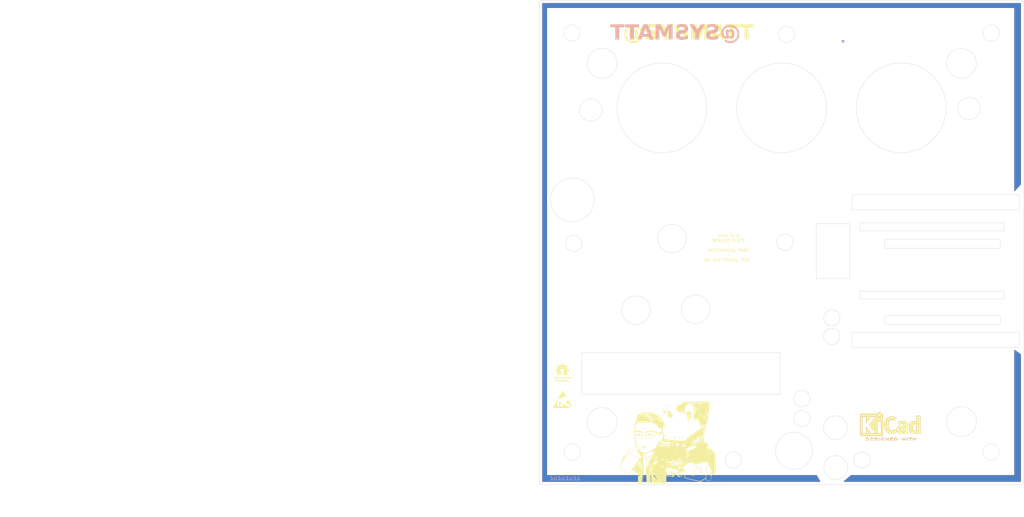
<source format=kicad_pcb>
(kicad_pcb (version 20221018) (generator pcbnew)
  (layers (0 "F.Cu" signal) (31 "B.Cu" signal) (34 "B.Paste" user) (35 "F.Paste" user) (36 "B.SilkS" user "B.Silkscreen") (37 "F.SilkS" user "F.Silkscreen") (38 "B.Mask" user) (39 "F.Mask" user) (44 "Edge.Cuts" user))
  (net 0 "")
  (net 1 "GND")
  (footprint "Symbol:OSHW-Logo_5.7x6mm_SilkScreen" (layer "F.Cu") (at 26.67 143.51)
    (fp_text reference "REF**" hide)
    (fp_text value "OSHW-Logo_5.7x6mm_SilkScreen" hide)
  )
  (footprint "Symbol:KiCad-Logo2_8mm_Copper" (layer "F.Cu") (at 136.398 160.654999)
    (fp_text reference "REF**" hide)
    (fp_text value "KiCad-Logo2_8mm_Copper" hide)
    (fp_poly (pts (xy 5.751604 4.615477) (xy 5.783174 4.635142) (xy 5.818656 4.663873) (xy 5.818656 5.091966) (xy 5.818543 5.21719) (xy 5.818059 5.315847) (xy 5.816986 5.39143) (xy 5.815108 5.447433) (xy 5.812206 5.487347) (xy 5.808063 5.514666) (xy 5.802462 5.532881) (xy 5.795185 5.545486) (xy 5.790024 5.551696) (xy 5.748168 5.57898) (xy 5.700505 5.577867) (xy 5.658753 5.554602) (xy 5.623271 5.525871) (xy 5.623271 4.663873) (xy 5.658753 4.635142) (xy 5.692998 4.614242) (xy 5.720963 4.60641) (xy 5.751604 4.615477)) (stroke (width 0.01)) (fill solid) (layer "F.Cu"))
    (fp_poly (pts (xy -3.717617 4.63647) (xy -3.708855 4.646552) (xy -3.701982 4.659559) (xy -3.696769 4.678975) (xy -3.692988 4.708284) (xy -3.69041 4.750971) (xy -3.688807 4.810519) (xy -3.687949 4.890414) (xy -3.68761 4.99414) (xy -3.687557 5.094872) (xy -3.68765 5.219816) (xy -3.688081 5.318185) (xy -3.689077 5.393465) (xy -3.690869 5.449138) (xy -3.693683 5.48869) (xy -3.69775 5.515605) (xy -3.703296 5.533367) (xy -3.710551 5.545461) (xy -3.717617 5.553274) (xy -3.761556 5.579476) (xy -3.808374 5.577125) (xy -3.850263 5.548548) (xy -3.859888 5.537391) (xy -3.867409 5.524447) (xy -3.873088 5.506136) (xy -3.877181 5.478882) (xy -3.879949 5.439104) (xy -3.88165 5.383226) (xy -3.882543 5.307668) (xy -3.882887 5.208852) (xy -3.882942 5.096978) (xy -3.882942 4.680192) (xy -3.846051 4.643301) (xy -3.800579 4.612264) (xy -3.75647 4.611145) (xy -3.717617 4.63647)) (stroke (width 0.01)) (fill solid) (layer "F.Cu"))
    (fp_poly (pts (xy -3.602318 -3.916067) (xy -3.466071 -3.868828) (xy -3.339221 -3.794473) (xy -3.225933 -3.693013) (xy -3.130372 -3.564457) (xy -3.087446 -3.483428) (xy -3.050295 -3.370092) (xy -3.032288 -3.239249) (xy -3.034283 -3.104735) (xy -3.056423 -2.982842) (xy -3.116936 -2.833893) (xy -3.204686 -2.704691) (xy -3.315212 -2.597777) (xy -3.444054 -2.515694) (xy -3.586753 -2.460984) (xy -3.738849 -2.43619) (xy -3.895881 -2.443853) (xy -3.973286 -2.460228) (xy -4.124141 -2.518911) (xy -4.258125 -2.608457) (xy -4.372006 -2.726107) (xy -4.462552 -2.869098) (xy -4.470212 -2.884714) (xy -4.496694 -2.943314) (xy -4.513322 -2.992666) (xy -4.52235 -3.04473) (xy -4.526032 -3.111461) (xy -4.526643 -3.184071) (xy -4.525633 -3.271309) (xy -4.521072 -3.334376) (xy -4.510666 -3.385364) (xy -4.492121 -3.436367) (xy -4.46923 -3.486687) (xy -4.383846 -3.62953) (xy -4.278699 -3.74519) (xy -4.157955 -3.833675) (xy -4.025779 -3.894995) (xy -3.886337 -3.929161) (xy -3.743795 -3.936182) (xy -3.602318 -3.916067)) (stroke (width 0.01)) (fill solid) (layer "F.Cu"))
    (fp_poly (pts (xy 6.782677 4.606539) (xy 6.887465 4.607043) (xy 6.968799 4.608096) (xy 7.02998 4.609876) (xy 7.074311 4.612557) (xy 7.105094 4.616314) (xy 7.125631 4.621325) (xy 7.139225 4.627763) (xy 7.145803 4.632712) (xy 7.179944 4.676029) (xy 7.184074 4.721003) (xy 7.162976 4.76186) (xy 7.149179 4.778186) (xy 7.134332 4.789318) (xy 7.112815 4.79625) (xy 7.079008 4.799977) (xy 7.027292 4.801494) (xy 6.952047 4.801794) (xy 6.937269 4.801795) (xy 6.742975 4.801795) (xy 6.742975 5.162505) (xy 6.742847 5.276201) (xy 6.742266 5.363685) (xy 6.740936 5.428802) (xy 6.73856 5.475398) (xy 6.734844 5.507319) (xy 6.729492 5.528412) (xy 6.722207 5.542523) (xy 6.712916 5.553274) (xy 6.669071 5.579696) (xy 6.6233 5.577614) (xy 6.58179 5.547469) (xy 6.578741 5.543733) (xy 6.568812 5.52961) (xy 6.561248 5.513086) (xy 6.555729 5.490146) (xy 6.551933 5.456773) (xy 6.549542 5.408955) (xy 6.548234 5.342674) (xy 6.547691 5.253918) (xy 6.547591 5.152963) (xy 6.547591 4.801795) (xy 6.36205 4.801795) (xy 6.282427 4.801256) (xy 6.227304 4.799157) (xy 6.191132 4.794771) (xy 6.168362 4.787376) (xy 6.153447 4.776245) (xy 6.151636 4.77431) (xy 6.129858 4.730057) (xy 6.131784 4.680029) (xy 6.156821 4.63647) (xy 6.166504 4.62802) (xy 6.178988 4.621321) (xy 6.197603 4.616169) (xy 6.225677 4.612361) (xy 6.266541 4.609697) (xy 6.323522 4.607972) (xy 6.399952 4.606984) (xy 6.499157 4.606532) (xy 6.624469 4.606412) (xy 6.651133 4.60641) (xy 6.782677 4.606539)) (stroke (width 0.01)) (fill solid) (layer "F.Cu"))
    (fp_poly (pts (xy 8.467859 4.613688) (xy 8.509635 4.643301) (xy 8.546525 4.680192) (xy 8.546525 5.092162) (xy 8.546429 5.214486) (xy 8.545972 5.310398) (xy 8.544903 5.383544) (xy 8.542971 5.43757) (xy 8.539923 5.476123) (xy 8.535509 5.502848) (xy 8.529476 5.521394) (xy 8.521574 5.535405) (xy 8.515375 5.543733) (xy 8.474461 5.576449) (xy 8.427482 5.58) (xy 8.384544 5.559937) (xy 8.370356 5.548092) (xy 8.360872 5.532358) (xy 8.355151 5.507022) (xy 8.352253 5.46637) (xy 8.351238 5.404688) (xy 8.351141 5.357038) (xy 8.351141 5.177535) (xy 7.689839 5.177535) (xy 7.689839 5.340833) (xy 7.689155 5.415505) (xy 7.686419 5.466824) (xy 7.680604 5.501477) (xy 7.670684 5.526155) (xy 7.658689 5.543733) (xy 7.617546 5.576357) (xy 7.571017 5.58022) (xy 7.526473 5.557032) (xy 7.514312 5.544876) (xy 7.505723 5.528761) (xy 7.500058 5.50366) (xy 7.496669 5.464544) (xy 7.494908 5.406386) (xy 7.494128 5.324158) (xy 7.494036 5.305286) (xy 7.493392 5.150357) (xy 7.49306 5.022674) (xy 7.493168 4.919427) (xy 7.493845 4.837803) (xy 7.495218 4.774992) (xy 7.497416 4.728181) (xy 7.500566 4.694559) (xy 7.504798 4.671315) (xy 7.510238 4.655636) (xy 7.517015 4.644711) (xy 7.524514 4.63647) (xy 7.566933 4.610107) (xy 7.611172 4.613688) (xy 7.652948 4.643301) (xy 7.669853 4.662407) (xy 7.680629 4.683511) (xy 7.686641 4.713568) (xy 7.689256 4.759533) (xy 7.689839 4.82836) (xy 7.689839 4.98215) (xy 8.351141 4.98215) (xy 8.351141 4.824339) (xy 8.351816 4.751636) (xy 8.354526 4.702545) (xy 8.360301 4.670636) (xy 8.370169 4.649478) (xy 8.3812 4.63647) (xy 8.423619 4.610107) (xy 8.467859 4.613688)) (stroke (width 0.01)) (fill solid) (layer "F.Cu"))
    (fp_poly (pts (xy 1.530783 4.606687) (xy 1.702501 4.612493) (xy 1.848555 4.630101) (xy 1.971353 4.660563) (xy 2.073303 4.704935) (xy 2.156814 4.764271) (xy 2.224293 4.839624) (xy 2.278149 4.93205) (xy 2.279208 4.934304) (xy 2.311349 5.017024) (xy 2.322801 5.090284) (xy 2.31352 5.164012) (xy 2.283461 5.248135) (xy 2.277761 5.260937) (xy 2.238885 5.335862) (xy 2.195195 5.393757) (xy 2.138806 5.442972) (xy 2.061838 5.491857) (xy 2.057366 5.494409) (xy 1.990363 5.526595) (xy 1.914631 5.550632) (xy 1.825304 5.567351) (xy 1.717515 5.577579) (xy 1.586398 5.582146) (xy 1.540072 5.582543) (xy 1.319476 5.583334) (xy 1.288326 5.543733) (xy 1.279086 5.530711) (xy 1.271878 5.515504) (xy 1.26645 5.494466) (xy 1.262551 5.46395) (xy 1.259929 5.420311) (xy 1.259074 5.387949) (xy 1.467591 5.387949) (xy 1.592582 5.387949) (xy 1.665723 5.38581) (xy 1.740807 5.380181) (xy 1.80243 5.372243) (xy 1.806149 5.371575) (xy 1.915599 5.342212) (xy 2.000494 5.298097) (xy 2.063518 5.237183) (xy 2.10736 5.157424) (xy 2.114983 5.136284) (xy 2.122456 5.103362) (xy 2.119221 5.070836) (xy 2.103479 5.027564) (xy 2.09399 5.006307) (xy 2.062917 4.94982) (xy 2.025479 4.910191) (xy 1.984287 4.882594) (xy 1.901776 4.846682) (xy 1.796179 4.820668) (xy 1.673164 4.805688) (xy 1.58407 4.802392) (xy 1.467591 4.801795) (xy 1.467591 5.387949) (xy 1.259074 5.387949) (xy 1.258332 5.3599) (xy 1.25751 5.279072) (xy 1.25721 5.174181) (xy 1.257176 5.092162) (xy 1.257176 4.680192) (xy 1.294067 4.643301) (xy 1.31044 4.628348) (xy 1.328143 4.618108) (xy 1.352865 4.611701) (xy 1.390294 4.608247) (xy 1.446119 4.606867) (xy 1.526028 4.606681) (xy 1.530783 4.606687)) (stroke (width 0.01)) (fill solid) (layer "F.Cu"))
    (fp_poly (pts (xy -7.974708 4.606409) (xy -7.922143 4.606944) (xy -7.768119 4.61066) (xy -7.639125 4.621699) (xy -7.530763 4.641246) (xy -7.438638 4.670483) (xy -7.358353 4.710597) (xy -7.285512 4.762769) (xy -7.259495 4.785433) (xy -7.216337 4.838462) (xy -7.177421 4.910421) (xy -7.147427 4.990184) (xy -7.131035 5.066625) (xy -7.129332 5.094872) (xy -7.140005 5.173174) (xy -7.168607 5.258705) (xy -7.210011 5.339663) (xy -7.259095 5.404246) (xy -7.267067 5.412038) (xy -7.3346 5.466808) (xy -7.408552 5.509563) (xy -7.493188 5.541423) (xy -7.592771 5.563508) (xy -7.711566 5.576938) (xy -7.853834 5.582834) (xy -7.919 5.583334) (xy -8.001855 5.582935) (xy -8.060123 5.581266) (xy -8.09927 5.577622) (xy -8.124763 5.571293) (xy -8.142068 5.561574) (xy -8.151344 5.553274) (xy -8.160106 5.543192) (xy -8.166979 5.530185) (xy -8.172192 5.510769) (xy -8.175973 5.48146) (xy -8.178551 5.438773) (xy -8.180154 5.379225) (xy -8.181011 5.29933) (xy -8.181351 5.195605) (xy -8.181403 5.094872) (xy -8.181734 4.960519) (xy -8.181662 4.853192) (xy -8.180384 4.801795) (xy -7.986019 4.801795) (xy -7.986019 5.387949) (xy -7.862025 5.387835) (xy -7.787415 5.385696) (xy -7.709272 5.380183) (xy -7.644074 5.372472) (xy -7.64209 5.372155) (xy -7.536717 5.346678) (xy -7.454986 5.307) (xy -7.392816 5.250538) (xy -7.353314 5.189406) (xy -7.328974 5.121593) (xy -7.330861 5.057919) (xy -7.359109 4.989665) (xy -7.414362 4.919056) (xy -7.490927 4.866735) (xy -7.590449 4.831763) (xy -7.656961 4.819386) (xy -7.732461 4.810694) (xy -7.812479 4.804404) (xy -7.880538 4.801788) (xy -7.884569 4.801776) (xy -7.986019 4.801795) (xy -8.180384 4.801795) (xy -8.17959 4.769881) (xy -8.173915 4.707579) (xy -8.163041 4.663275) (xy -8.145368 4.63396) (xy -8.119297 4.616625) (xy -8.083229 4.608261) (xy -8.035566 4.605859) (xy -7.974708 4.606409)) (stroke (width 0.01)) (fill solid) (layer "F.Cu"))
    (fp_poly (pts (xy -1.555874 4.612244) (xy -1.524499 4.630649) (xy -1.483476 4.660749) (xy -1.430678 4.70396) (xy -1.363979 4.761702) (xy -1.281253 4.835392) (xy -1.180374 4.926448) (xy -1.064895 5.031138) (xy -0.824421 5.249207) (xy -0.816906 4.956508) (xy -0.814193 4.855754) (xy -0.811576 4.780722) (xy -0.808474 4.727084) (xy -0.80431 4.69051) (xy -0.798505 4.666671) (xy -0.790478 4.651238) (xy -0.779651 4.639882) (xy -0.77391 4.63511) (xy -0.727937 4.609877) (xy -0.684191 4.613566) (xy -0.649489 4.635123) (xy -0.614007 4.663835) (xy -0.609594 5.08315) (xy -0.608373 5.206471) (xy -0.607751 5.303348) (xy -0.607944 5.377394) (xy -0.609168 5.432221) (xy -0.611638 5.471443) (xy -0.615568 5.498673) (xy -0.621174 5.517523) (xy -0.628672 5.531605) (xy -0.636987 5.542899) (xy -0.654976 5.563846) (xy -0.672875 5.577731) (xy -0.693166 5.58306) (xy -0.718332 5.57834) (xy -0.750854 5.562077) (xy -0.793217 5.532777) (xy -0.847902 5.488946) (xy -0.917391 5.429091) (xy -1.004169 5.351718) (xy -1.102469 5.262814) (xy -1.455664 4.942435) (xy -1.463179 5.234177) (xy -1.465897 5.334747) (xy -1.468521 5.409604) (xy -1.471633 5.463084) (xy -1.475816 5.499526) (xy -1.481651 5.523268) (xy -1.48972 5.538646) (xy -1.500605 5.55) (xy -1.506175 5.554626) (xy -1.55541 5.580042) (xy -1.601931 5.576209) (xy -1.642443 5.543733) (xy -1.65171 5.530667) (xy -1.658933 5.515409) (xy -1.664366 5.494296) (xy -1.668262 5.463669) (xy -1.670875 5.419866) (xy -1.672461 5.359227) (xy -1.673272 5.278091) (xy -1.673562 5.172797) (xy -1.673593 5.094872) (xy -1.673495 4.972988) (xy -1.673033 4.877503) (xy -1.671951 4.804755) (xy -1.669997 4.751083) (xy -1.666916 4.712827) (xy -1.662454 4.686327) (xy -1.656357 4.66792) (xy -1.648371 4.653948) (xy -1.642443 4.646011) (xy -1.627416 4.627212) (xy -1.613372 4.613017) (xy -1.598184 4.604846) (xy -1.579727 4.604116) (xy -1.555874 4.612244)) (stroke (width 0.01)) (fill solid) (layer "F.Cu"))
    (fp_poly (pts (xy -2.421216 4.613776) (xy -2.329995 4.629082) (xy -2.259936 4.652875) (xy -2.214358 4.684204) (xy -2.201938 4.702078) (xy -2.189308 4.743649) (xy -2.197807 4.781256) (xy -2.224639 4.816919) (xy -2.26633 4.833603) (xy -2.326824 4.832248) (xy -2.373613 4.823209) (xy -2.477582 4.805987) (xy -2.583834 4.804351) (xy -2.702763 4.818329) (xy -2.735614 4.824252) (xy -2.846199 4.855431) (xy -2.932713 4.90181) (xy -2.994207 4.962599) (xy -3.029732 5.037008) (xy -3.037079 5.075478) (xy -3.03227 5.153527) (xy -3.00122 5.222581) (xy -2.94676 5.281293) (xy -2.871718 5.328317) (xy -2.778924 5.362307) (xy -2.671206 5.381918) (xy -2.551395 5.385805) (xy -2.422319 5.37262) (xy -2.415031 5.371376) (xy -2.363692 5.361814) (xy -2.335226 5.352578) (xy -2.322888 5.338873) (xy -2.319932 5.315906) (xy -2.319865 5.303743) (xy -2.319865 5.252683) (xy -2.411031 5.252683) (xy -2.491536 5.247168) (xy -2.546475 5.229594) (xy -2.57844 5.198417) (xy -2.590026 5.152094) (xy -2.590167 5.146048) (xy -2.583389 5.106453) (xy -2.560145 5.078181) (xy -2.516884 5.059471) (xy -2.450055 5.048564) (xy -2.385324 5.044554) (xy -2.291241 5.042253) (xy -2.222998 5.045764) (xy -2.176455 5.058719) (xy -2.147472 5.08475) (xy -2.131909 5.127491) (xy -2.125625 5.190574) (xy -2.12448 5.273428) (xy -2.126356 5.36591) (xy -2.132 5.428818) (xy -2.141436 5.462403) (xy -2.143267 5.465033) (xy -2.195079 5.506998) (xy -2.271044 5.540232) (xy -2.366346 5.564023) (xy -2.47617 5.577663) (xy -2.5957 5.580442) (xy -2.72012 5.571649) (xy -2.793297 5.560849) (xy -2.908074 5.528362) (xy -3.01475 5.47525) (xy -3.104065 5.406319) (xy -3.11764 5.392542) (xy -3.161746 5.334622) (xy -3.201543 5.26284) (xy -3.232381 5.187583) (xy -3.249611 5.119241) (xy -3.251688 5.092993) (xy -3.242847 5.038241) (xy -3.219349 4.970119) (xy -3.185703 4.898414) (xy -3.146418 4.832913) (xy -3.111709 4.789162) (xy -3.030557 4.724083) (xy -2.925652 4.672285) (xy -2.800754 4.634938) (xy -2.659621 4.613217) (xy -2.530279 4.607909) (xy -2.421216 4.613776)) (stroke (width 0.01)) (fill solid) (layer "F.Cu"))
    (fp_poly (pts (xy 0.481716 4.606667) (xy 0.583377 4.607884) (xy 0.661282 4.61073) (xy 0.718581 4.615874) (xy 0.758427 4.623984) (xy 0.783968 4.635731) (xy 0.798357 4.651782) (xy 0.804745 4.672808) (xy 0.806281 4.699476) (xy 0.806289 4.702626) (xy 0.804955 4.73279) (xy 0.798651 4.756103) (xy 0.783922 4.773506) (xy 0.757315 4.78594) (xy 0.715374 4.794345) (xy 0.654646 4.799665) (xy 0.571676 4.802839) (xy 0.463011 4.804809) (xy 0.429705 4.805245) (xy 0.107413 4.80931) (xy 0.102906 4.89573) (xy 0.098398 4.98215) (xy 0.322263 4.98215) (xy 0.409721 4.982473) (xy 0.472169 4.983837) (xy 0.514654 4.986839) (xy 0.542223 4.992073) (xy 0.559922 5.000135) (xy 0.572797 5.01162) (xy 0.57288 5.011711) (xy 0.59623 5.056471) (xy 0.595386 5.104847) (xy 0.570879 5.146086) (xy 0.566029 5.150325) (xy 0.548815 5.161249) (xy 0.525226 5.168849) (xy 0.490007 5.173697) (xy 0.4379 5.176366) (xy 0.36365 5.177428) (xy 0.316162 5.177535) (xy 0.099898 5.177535) (xy 0.099898 5.387949) (xy 0.42822 5.387949) (xy 0.536618 5.388139) (xy 0.618935 5.388914) (xy 0.679149 5.390584) (xy 0.721235 5.393458) (xy 0.749171 5.397847) (xy 0.766934 5.404059) (xy 0.7785 5.412404) (xy 0.781415 5.415434) (xy 0.802936 5.457434) (xy 0.80451 5.505214) (xy 0.786855 5.546642) (xy 0.772885 5.559937) (xy 0.758354 5.567256) (xy 0.735838 5.572919) (xy 0.701776 5.577123) (xy 0.652607 5.580068) (xy 0.584768 5.581951) (xy 0.494698 5.58297) (xy 0.378837 5.583325) (xy 0.352643 5.583334) (xy 0.234839 5.583256) (xy 0.143396 5.582831) (xy 0.074614 5.581766) (xy 0.024796 5.579769) (xy -0.00976 5.57655) (xy -0.03275 5.571816) (xy -0.047874 5.565277) (xy -0.058831 5.556641) (xy -0.064842 5.55044) (xy -0.07389 5.539457) (xy -0.080958 5.525852) (xy -0.086291 5.506056) (xy -0.090132 5.476502) (xy -0.092725 5.433621) (xy -0.094313 5.373845) (xy -0.095139 5.293607) (xy -0.095448 5.189339) (xy -0.095486 5.10158) (xy -0.095392 4.978608) (xy -0.094943 4.882069) (xy -0.093892 4.808339) (xy -0.09199 4.75379) (xy -0.088991 4.714799) (xy -0.084645 4.687739) (xy -0.078706 4.668984) (xy -0.070925 4.65491) (xy -0.064336 4.646011) (xy -0.033186 4.60641) (xy 0.353148 4.60641) (xy 0.481716 4.606667)) (stroke (width 0.01)) (fill solid) (layer "F.Cu"))
    (fp_poly (pts (xy -6.099384 4.606516) (xy -6.006976 4.607012) (xy -5.937227 4.608165) (xy -5.886437 4.610244) (xy -5.850905 4.613515) (xy -5.826932 4.618247) (xy -5.810818 4.624707) (xy -5.798863 4.633163) (xy -5.794533 4.637055) (xy -5.768205 4.678404) (xy -5.763465 4.725916) (xy -5.780784 4.768095) (xy -5.788793 4.77662) (xy -5.801746 4.784885) (xy -5.822602 4.791261) (xy -5.85523 4.796059) (xy -5.903496 4.799588) (xy -5.971268 4.802158) (xy -6.062414 4.804081) (xy -6.145745 4.805251) (xy -6.475546 4.80931) (xy -6.48456 4.98215) (xy -6.260696 4.98215) (xy -6.163508 4.982989) (xy -6.092357 4.986496) (xy -6.043245 4.994159) (xy -6.012171 5.007467) (xy -5.995138 5.027905) (xy -5.988146 5.056963) (xy -5.987084 5.083931) (xy -5.990384 5.117021) (xy -6.002837 5.141404) (xy -6.028274 5.158353) (xy -6.070525 5.169143) (xy -6.13342 5.175048) (xy -6.220789 5.177341) (xy -6.268475 5.177535) (xy -6.48306 5.177535) (xy -6.48306 5.387949) (xy -6.152409 5.387949) (xy -6.044024 5.3881) (xy -5.961651 5.388778) (xy -5.901243 5.39032) (xy -5.858753 5.393063) (xy -5.830135 5.397345) (xy -5.811342 5.403503) (xy -5.798328 5.411873) (xy -5.791699 5.418008) (xy -5.768961 5.453813) (xy -5.76164 5.485641) (xy -5.772093 5.524518) (xy -5.791699 5.553274) (xy -5.802159 5.562327) (xy -5.815662 5.569357) (xy -5.83584 5.574618) (xy -5.866325 5.578365) (xy -5.910749 5.580854) (xy -5.972745 5.582339) (xy -6.055945 5.583075) (xy -6.163981 5.583318) (xy -6.220043 5.583334) (xy -6.340098 5.583227) (xy -6.433728 5.582739) (xy -6.504563 5.581613) (xy -6.556235 5.579595) (xy -6.592377 5.57643) (xy -6.616622 5.571863) (xy -6.632601 5.56564) (xy -6.643947 5.557504) (xy -6.648386 5.553274) (xy -6.657171 5.54316) (xy -6.664058 5.530112) (xy -6.669275 5.510634) (xy -6.673053 5.481228) (xy -6.675624 5.438398) (xy -6.677218 5.378648) (xy -6.678065 5.298481) (xy -6.678396 5.194401) (xy -6.678445 5.097492) (xy -6.6784 4.973387) (xy -6.678088 4.87583) (xy -6.677242 4.80131) (xy -6.675596 4.746315) (xy -6.672883 4.707334) (xy -6.668837 4.680857) (xy -6.663191 4.66337) (xy -6.65568 4.651364) (xy -6.646036 4.641327) (xy -6.64366 4.63909) (xy -6.632129 4.629183) (xy -6.618732 4.621512) (xy -6.59975 4.61579) (xy -6.571469 4.611732) (xy -6.530172 4.609052) (xy -6.472142 4.607466) (xy -6.393663 4.606688) (xy -6.29102 4.606432) (xy -6.21815 4.60641) (xy -6.099384 4.606516)) (stroke (width 0.01)) (fill solid) (layer "F.Cu"))
    (fp_poly (pts (xy 5.160547 4.60903) (xy 5.186628 4.61835) (xy 5.187634 4.618806) (xy 5.223052 4.645834) (xy 5.242566 4.673636) (xy 5.246384 4.686672) (xy 5.246195 4.703992) (xy 5.240822 4.728667) (xy 5.229088 4.763764) (xy 5.209813 4.812353) (xy 5.181822 4.877502) (xy 5.143936 4.962281) (xy 5.094978 5.069759) (xy 5.068031 5.128503) (xy 5.01937 5.233373) (xy 4.97369 5.329814) (xy 4.932734 5.414298) (xy 4.898246 5.4833) (xy 4.871969 5.533294) (xy 4.855646 5.560754) (xy 4.852416 5.564547) (xy 4.811089 5.58128) (xy 4.764409 5.579039) (xy 4.72697 5.558687) (xy 4.725444 5.557032) (xy 4.710551 5.534486) (xy 4.685569 5.490571) (xy 4.653579 5.43094) (xy 4.61766 5.361246) (xy 4.604752 5.335563) (xy 4.507314 5.140397) (xy 4.401106 5.352407) (xy 4.363197 5.425661) (xy 4.328027 5.48919) (xy 4.298468 5.538131) (xy 4.277394 5.567622) (xy 4.270252 5.573876) (xy 4.214738 5.582345) (xy 4.168929 5.564547) (xy 4.155454 5.545525) (xy 4.132136 5.503249) (xy 4.100877 5.44188) (xy 4.06358 5.365576) (xy 4.022146 5.278499) (xy 3.978478 5.184807) (xy 3.934478 5.088661) (xy 3.892048 4.994221) (xy 3.85309 4.905645) (xy 3.819507 4.827096) (xy 3.793201 4.762731) (xy 3.776074 4.716711) (xy 3.770029 4.693197) (xy 3.770091 4.692345) (xy 3.7848 4.662756) (xy 3.814202 4.63262) (xy 3.815933 4.631308) (xy 3.85207 4.610882) (xy 3.885494 4.61108) (xy 3.898022 4.614931) (xy 3.913287 4.623253) (xy 3.929498 4.639625) (xy 3.948599 4.667442) (xy 3.972535 4.7101) (xy 4.003251 4.770995) (xy 4.042691 4.853525) (xy 4.078258 4.929707) (xy 4.119177 5.018014) (xy 4.155844 5.097426) (xy 4.186354 5.163796) (xy 4.208802 5.212975) (xy 4.221283 5.240813) (xy 4.223103 5.245168) (xy 4.23129 5.238049) (xy 4.250105 5.208241) (xy 4.277046 5.160096) (xy 4.309608 5.097963) (xy 4.322566 5.072328) (xy 4.36646 4.985765) (xy 4.400311 4.922725) (xy 4.426897 4.879542) (xy 4.448995 4.852552) (xy 4.469384 4.838088) (xy 4.49084 4.832487) (xy 4.504823 4.831854) (xy 4.529488 4.83404) (xy 4.551102 4.843079) (xy 4.572578 4.862697) (xy 4.59683 4.896617) (xy 4.62677 4.948562) (xy 4.665313 5.022258) (xy 4.686578 5.06418) (xy 4.721072 5.130994) (xy 4.751156 5.186401) (xy 4.774177 5.225727) (xy 4.78748 5.244296) (xy 4.789289 5.245069) (xy 4.79788 5.230455) (xy 4.817114 5.192507) (xy 4.845065 5.135196) (xy 4.879807 5.062496) (xy 4.919413 4.978376) (xy 4.938896 4.936594) (xy 4.98958 4.828763) (xy 5.030393 4.74579) (xy 5.063454 4.684966) (xy 5.090881 4.643585) (xy 5.114792 4.61894) (xy 5.137308 4.608324) (xy 5.160547 4.60903)) (stroke (width 0.01)) (fill solid) (layer "F.Cu"))
    (fp_poly (pts (xy -4.739942 4.608121) (xy -4.640337 4.615084) (xy -4.547698 4.625959) (xy -4.467412 4.640338) (xy -4.404862 4.65781) (xy -4.365435 4.677966) (xy -4.359383 4.683899) (xy -4.338338 4.729939) (xy -4.34472 4.777204) (xy -4.377361 4.817642) (xy -4.378918 4.818801) (xy -4.398117 4.831261) (xy -4.418159 4.837813) (xy -4.446114 4.838608) (xy -4.489053 4.8338) (xy -4.554045 4.823539) (xy -4.559273 4.822675) (xy -4.656115 4.810778) (xy -4.760598 4.804909) (xy -4.865389 4.804852) (xy -4.963156 4.810391) (xy -5.046566 4.821309) (xy -5.108287 4.837389) (xy -5.112342 4.839005) (xy -5.157118 4.864093) (xy -5.17285 4.889482) (xy -5.160534 4.914451) (xy -5.121169 4.93828) (xy -5.055752 4.960246) (xy -4.96528 4.97963) (xy -4.904954 4.988962) (xy -4.779554 5.006913) (xy -4.679819 5.023323) (xy -4.6015 5.039612) (xy -4.540347 5.057202) (xy -4.492113 5.077513) (xy -4.452549 5.101967) (xy -4.417406 5.131984) (xy -4.389165 5.16146) (xy -4.355662 5.202531) (xy -4.339173 5.237846) (xy -4.334017 5.281357) (xy -4.33383 5.297292) (xy -4.337702 5.350169) (xy -4.353181 5.389507) (xy -4.379969 5.424424) (xy -4.434413 5.477798) (xy -4.495124 5.518502) (xy -4.566612 5.547864) (xy -4.65339 5.567211) (xy -4.759968 5.57787) (xy -4.890857 5.581169) (xy -4.912469 5.581113) (xy -4.999752 5.579304) (xy -5.086313 5.575193) (xy -5.162716 5.56937) (xy -5.219524 5.562425) (xy -5.224118 5.561628) (xy -5.280599 5.548248) (xy -5.328506 5.531346) (xy -5.355627 5.515895) (xy -5.380865 5.47513) (xy -5.382623 5.427662) (xy -5.360866 5.385359) (xy -5.355998 5.380576) (xy -5.335876 5.366363) (xy -5.310712 5.36024) (xy -5.271767 5.361282) (xy -5.224489 5.366698) (xy -5.171659 5.371537) (xy -5.097602 5.375619) (xy -5.011145 5.378582) (xy -4.921117 5.380061) (xy -4.897439 5.380158) (xy -4.807076 5.379794) (xy -4.740943 5.37804) (xy -4.693221 5.374287) (xy -4.658092 5.367927) (xy -4.629736 5.358351) (xy -4.612695 5.350375) (xy -4.57525 5.328229) (xy -4.551375 5.308172) (xy -4.547886 5.302487) (xy -4.555247 5.279009) (xy -4.590241 5.256281) (xy -4.650442 5.235334) (xy -4.733425 5.2172) (xy -4.757874 5.213161) (xy -4.885576 5.193103) (xy -4.987494 5.176338) (xy -5.06756 5.161647) (xy -5.129708 5.147812) (xy -5.177872 5.133615) (xy -5.215986 5.117837) (xy -5.247984 5.09926) (xy -5.277798 5.076666) (xy -5.309364 5.048837) (xy -5.319986 5.03908) (xy -5.357227 5.002666) (xy -5.376941 4.973816) (xy -5.384653 4.940802) (xy -5.385901 4.899199) (xy -5.372169 4.817615) (xy -5.331132 4.748298) (xy -5.263024 4.691472) (xy -5.168081 4.647361) (xy -5.100338 4.627576) (xy -5.026713 4.614797) (xy -4.938515 4.607568) (xy -4.84113 4.605479) (xy -4.739942 4.608121)) (stroke (width 0.01)) (fill solid) (layer "F.Cu"))
    (fp_poly (pts (xy 0.581378 -2.430769) (xy 0.777019 -2.409351) (xy 0.966562 -2.371015) (xy 1.157717 -2.313762) (xy 1.358196 -2.235591) (xy 1.575708 -2.134504) (xy 1.61488 -2.114924) (xy 1.704772 -2.070638) (xy 1.789553 -2.030761) (xy 1.860855 -1.999102) (xy 1.91031 -1.979468) (xy 1.917908 -1.976996) (xy 1.990714 -1.955183) (xy 1.664803 -1.481056) (xy 1.585123 -1.365177) (xy 1.512272 -1.259306) (xy 1.44873 -1.167038) (xy 1.396972 -1.091967) (xy 1.359477 -1.037687) (xy 1.338723 -1.007793) (xy 1.335351 -1.003059) (xy 1.321655 -1.012958) (xy 1.287943 -1.042715) (xy 1.240244 -1.086927) (xy 1.21392 -1.111916) (xy 1.064772 -1.230544) (xy 0.897268 -1.320687) (xy 0.752928 -1.370064) (xy 0.666283 -1.385571) (xy 0.557796 -1.395021) (xy 0.440227 -1.398239) (xy 0.326334 -1.395049) (xy 0.228879 -1.385276) (xy 0.18999 -1.377791) (xy 0.014712 -1.317488) (xy -0.143235 -1.22541) (xy -0.283732 -1.101727) (xy -0.406665 -0.946607) (xy -0.511915 -0.760219) (xy -0.599365 -0.54273) (xy -0.6689 -0.294308) (xy -0.710225 -0.081643) (xy -0.721006 0.012241) (xy -0.728352 0.133524) (xy -0.732333 0.273493) (xy -0.733021 0.423431) (xy -0.730486 0.574622) (xy -0.7248 0.718351) (xy -0.716033 0.845903) (xy -0.704256 0.948562) (xy -0.701707 0.964401) (xy -0.645519 1.219536) (xy -0.568964 1.445342) (xy -0.471574 1.642831) (xy -0.352886 1.813014) (xy -0.268637 1.905022) (xy -0.11723 2.029943) (xy 0.048817 2.12254) (xy 0.226701 2.182309) (xy 0.413622 2.208746) (xy 0.606778 2.201348) (xy 0.803369 2.159611) (xy 0.919597 2.118771) (xy 1.080438 2.03699) (xy 1.246213 1.919678) (xy 1.339073 1.840345) (xy 1.391214 1.794429) (xy 1.43218 1.760742) (xy 1.455498 1.74451) (xy 1.458393 1.744015) (xy 1.4688 1.760601) (xy 1.495767 1.804432) (xy 1.536996 1.871748) (xy 1.590189 1.958794) (xy 1.65305 2.06181) (xy 1.723281 2.177041) (xy 1.762372 2.241231) (xy 2.060964 2.731677) (xy 1.688161 2.915915) (xy 1.553369 2.982093) (xy 1.444175 3.034278) (xy 1.353907 3.07506) (xy 1.275888 3.107033) (xy 1.203444 3.132787) (xy 1.129901 3.154914) (xy 1.048584 3.176007) (xy 0.970643 3.19453) (xy 0.901366 3.208863) (xy 0.828917 3.219694) (xy 0.746042 3.227626) (xy 0.645488 3.233258) (xy 0.520003 3.237192) (xy 0.435428 3.238891) (xy 0.314754 3.24005) (xy 0.199042 3.239465) (xy 0.095951 3.237304) (xy 0.013138 3.233732) (xy -0.04174 3.228917) (xy -0.044992 3.228437) (xy -0.329957 3.166786) (xy -0.597558 3.073285) (xy -0.847703 2.947993) (xy -1.080296 2.790974) (xy -1.295243 2.602289) (xy -1.49245 2.382) (xy -1.635273 2.186214) (xy -1.78732 1.929949) (xy -1.910227 1.659317) (xy -2.00459 1.372149) (xy -2.071001 1.066276) (xy -2.110056 0.739528) (xy -2.12236 0.407739) (xy -2.112241 0.086779) (xy -2.080439 -0.209354) (xy -2.025946 -0.485655) (xy -1.94775 -0.747119) (xy -1.844841 -0.998742) (xy -1.832553 -1.02481) (xy -1.69718 -1.268493) (xy -1.530911 -1.500382) (xy -1.338459 -1.715677) (xy -1.124534 -1.909578) (xy -0.893845 -2.077285) (xy -0.678891 -2.200304) (xy -0.461742 -2.296655) (xy -0.244132 -2.366449) (xy -0.017638 -2.411587) (xy 0.226166 -2.433969) (xy 0.371928 -2.437269) (xy 0.581378 -2.430769)) (stroke (width 0.01)) (fill solid) (layer "F.Cu"))
    (fp_poly (pts (xy 9.041571 -2.699911) (xy 9.195876 -2.699277) (xy 9.248321 -2.698958) (xy 9.9695 -2.694214) (xy 9.978571 0.072572) (xy 9.979769 0.447756) (xy 9.980832 0.788417) (xy 9.981827 1.096318) (xy 9.982823 1.373221) (xy 9.983888 1.620888) (xy 9.985091 1.841081) (xy 9.986499 2.035562) (xy 9.988182 2.206094) (xy 9.990206 2.35444) (xy 9.992641 2.482361) (xy 9.995554 2.59162) (xy 9.999015 2.683979) (xy 10.00309 2.7612) (xy 10.007849 2.825046) (xy 10.01336 2.877278) (xy 10.019691 2.91966) (xy 10.02691 2.953953) (xy 10.035085 2.98192) (xy 10.044285 3.005324) (xy 10.054577 3.025925) (xy 10.066031 3.045487) (xy 10.078715 3.065772) (xy 10.092695 3.088543) (xy 10.095561 3.093393) (xy 10.14364 3.175433) (xy 8.753928 3.165929) (xy 8.744857 3.013295) (xy 8.739918 2.940045) (xy 8.734771 2.897696) (xy 8.727786 2.880892) (xy 8.717337 2.884277) (xy 8.708571 2.89396) (xy 8.670388 2.929229) (xy 8.608155 2.974563) (xy 8.530641 3.024546) (xy 8.446613 3.073761) (xy 8.364839 3.116791) (xy 8.302052 3.145101) (xy 8.154954 3.191624) (xy 7.98618 3.224579) (xy 7.808191 3.242707) (xy 7.633447 3.24475) (xy 7.474407 3.229447) (xy 7.471788 3.229009) (xy 7.254168 3.174402) (xy 7.050455 3.087401) (xy 6.862613 2.969876) (xy 6.692607 2.823697) (xy 6.542402 2.650734) (xy 6.413964 2.452857) (xy 6.309257 2.231936) (xy 6.252246 2.068286) (xy 6.214651 1.931375) (xy 6.186771 1.798798) (xy 6.167753 1.662502) (xy 6.156745 1.514433) (xy 6.152895 1.346537) (xy 6.1546 1.20944) (xy 7.493359 1.20944) (xy 7.499694 1.439329) (xy 7.519679 1.637111) (xy 7.553927 1.804539) (xy 7.603055 1.943369) (xy 7.667676 2.055358) (xy 7.748405 2.142259) (xy 7.841591 2.203692) (xy 7.89008 2.226626) (xy 7.932134 2.240375) (xy 7.97902 2.246666) (xy 8.042004 2.247222) (xy 8.109857 2.244773) (xy 8.243295 2.233004) (xy 8.348832 2.209955) (xy 8.382 2.19841) (xy 8.457735 2.164311) (xy 8.537614 2.121491) (xy 8.5725 2.100057) (xy 8.663214 2.040556) (xy 8.663214 0.154584) (xy 8.563428 0.094771) (xy 8.424267 0.027185) (xy 8.282087 -0.012786) (xy 8.14209 -0.025378) (xy 8.009474 -0.010827) (xy 7.88944 0.030632) (xy 7.787188 0.098763) (xy 7.754195 0.131466) (xy 7.674667 0.238619) (xy 7.610299 0.368327) (xy 7.560553 0.522814) (xy 7.524891 0.704302) (xy 7.502775 0.915015) (xy 7.493667 1.157175) (xy 7.493359 1.20944) (xy 6.1546 1.20944) (xy 6.15531 1.152374) (xy 6.170605 0.853713) (xy 6.201358 0.584325) (xy 6.248381 0.340285) (xy 6.312482 0.11767) (xy 6.394472 -0.087444) (xy 6.42373 -0.148254) (xy 6.541581 -0.34656) (xy 6.683996 -0.522788) (xy 6.847629 -0.674092) (xy 7.029131 -0.797629) (xy 7.225153 -0.890553) (xy 7.342655 -0.928885) (xy 7.458054 -0.951641) (xy 7.596907 -0.96518) (xy 7.747574 -0.969508) (xy 7.898413 -0.964632) (xy 8.037785 -0.950556) (xy 8.149691 -0.928475) (xy 8.282884 -0.885172) (xy 8.411979 -0.829489) (xy 8.524928 -0.767064) (xy 8.585043 -0.724697) (xy 8.62651 -0.693193) (xy 8.655545 -0.67401) (xy 8.66215 -0.671286) (xy 8.664198 -0.688837) (xy 8.666107 -0.739125) (xy 8.667836 -0.8186) (xy 8.669341 -0.923714) (xy 8.670581 -1.050917) (xy 8.671513 -1.196661) (xy 8.672095 -1.357397) (xy 8.672286 -1.521116) (xy 8.672179 -1.730812) (xy 8.671658 -1.907604) (xy 8.670416 -2.054874) (xy 8.668148 -2.176003) (xy 8.66455 -2.274373) (xy 8.659317 -2.353366) (xy 8.652144 -2.416362) (xy 8.642726 -2.466745) (xy 8.630758 -2.507895) (xy 8.615935 -2.543194) (xy 8.597952 -2.576023) (xy 8.576505 -2.609765) (xy 8.573745 -2.613943) (xy 8.546083 -2.657644) (xy 8.529382 -2.687695) (xy 8.527143 -2.694033) (xy 8.544643 -2.696033) (xy 8.594574 -2.69766) (xy 8.673085 -2.698888) (xy 8.776323 -2.699689) (xy 8.900436 -2.700039) (xy 9.041571 -2.699911)) (stroke (width 0.01)) (fill solid) (layer "F.Cu"))
    (fp_poly (pts (xy 4.185632 -0.97227) (xy 4.275523 -0.965465) (xy 4.532715 -0.931247) (xy 4.760485 -0.876669) (xy 4.959943 -0.80098) (xy 5.132197 -0.70343) (xy 5.278359 -0.583268) (xy 5.399536 -0.439742) (xy 5.496839 -0.272102) (xy 5.567891 -0.090714) (xy 5.585927 -0.032854) (xy 5.601632 0.021329) (xy 5.615192 0.074752) (xy 5.626792 0.130333) (xy 5.636617 0.190988) (xy 5.644853 0.259635) (xy 5.651684 0.33919) (xy 5.657295 0.432572) (xy 5.661872 0.542696) (xy 5.6656 0.672481) (xy 5.668665 0.824842) (xy 5.67125 1.002698) (xy 5.673542 1.208965) (xy 5.675725 1.446561) (xy 5.677286 1.632857) (xy 5.687785 2.911929) (xy 5.755821 3.035018) (xy 5.788038 3.094317) (xy 5.812012 3.140377) (xy 5.82345 3.164893) (xy 5.823857 3.166553) (xy 5.806375 3.168454) (xy 5.756574 3.170205) (xy 5.678421 3.171758) (xy 5.575882 3.173062) (xy 5.452922 3.17407) (xy 5.31351 3.174731) (xy 5.161611 3.174997) (xy 5.1435 3.175) (xy 4.463143 3.175) (xy 4.463143 3.020786) (xy 4.461982 2.951094) (xy 4.458887 2.897794) (xy 4.454432 2.869217) (xy 4.452463 2.866572) (xy 4.434455 2.877653) (xy 4.397393 2.906736) (xy 4.349222 2.947579) (xy 4.348141 2.948524) (xy 4.260235 3.013971) (xy 4.149217 3.079688) (xy 4.027631 3.139219) (xy 3.908021 3.186109) (xy 3.855357 3.202133) (xy 3.750551 3.222485) (xy 3.62195 3.235472) (xy 3.481325 3.240909) (xy 3.340448 3.238611) (xy 3.211093 3.228392) (xy 3.120571 3.213689) (xy 2.89858 3.148499) (xy 2.698729 3.055594) (xy 2.522319 2.936126) (xy 2.37065 2.791247) (xy 2.245024 2.62211) (xy 2.146741 2.429867) (xy 2.104341 2.313214) (xy 2.077768 2.199833) (xy 2.060158 2.063722) (xy 2.05201 1.917437) (xy 2.052278 1.896151) (xy 3.279321 1.896151) (xy 3.289496 2.00485) (xy 3.323378 2.095185) (xy 3.386 2.178995) (xy 3.410052 2.203571) (xy 3.495551 2.270011) (xy 3.594373 2.312574) (xy 3.712768 2.333177) (xy 3.837445 2.334694) (xy 3.955698 2.324677) (xy 4.046239 2.305085) (xy 4.08556 2.29037) (xy 4.156432 2.250265) (xy 4.231525 2.193863) (xy 4.300038 2.130561) (xy 4.351172 2.069755) (xy 4.36475 2.047449) (xy 4.375305 2.016212) (xy 4.38281 1.966507) (xy 4.387613 1.893587) (xy 4.390065 1.792703) (xy 4.390571 1.696689) (xy 4.390228 1.58475) (xy 4.388843 1.503809) (xy 4.385881 1.448585) (xy 4.380808 1.413794) (xy 4.37309 1.394154) (xy 4.362192 1.38438) (xy 4.358821 1.382824) (xy 4.329529 1.378029) (xy 4.271756 1.374108) (xy 4.193304 1.371414) (xy 4.101974 1.370299) (xy 4.082143 1.370298) (xy 3.960063 1.372246) (xy 3.865749 1.378041) (xy 3.790807 1.388475) (xy 3.728903 1.403714) (xy 3.575349 1.461784) (xy 3.454932 1.533179) (xy 3.36661 1.619039) (xy 3.309339 1.720507) (xy 3.282078 1.838725) (xy 3.279321 1.896151) (xy 2.052278 1.896151) (xy 2.053823 1.773533) (xy 2.066096 1.644565) (xy 2.07567 1.59246) (xy 2.136801 1.398997) (xy 2.229757 1.220993) (xy 2.352783 1.060155) (xy 2.504124 0.91819) (xy 2.682025 0.796806) (xy 2.884732 0.697709) (xy 3.057071 0.637533) (xy 3.172253 0.605919) (xy 3.282423 0.581354) (xy 3.394719 0.563039) (xy 3.516275 0.550178) (xy 3.654229 0.541972) (xy 3.815715 0.537624) (xy 3.961715 0.5364) (xy 4.394645 0.535215) (xy 4.386351 0.40508) (xy 4.362801 0.263883) (xy 4.312703 0.142518) (xy 4.238191 0.044017) (xy 4.141399 -0.028591) (xy 4.056171 -0.064021) (xy 3.934056 -0.08635) (xy 3.788683 -0.089557) (xy 3.626867 -0.074823) (xy 3.455422 -0.04333) (xy 3.281163 0.00374) (xy 3.110904 0.065203) (xy 2.987176 0.121417) (xy 2.927647 0.150283) (xy 2.882242 0.170443) (xy 2.85915 0.17831) (xy 2.857897 0.178058) (xy 2.849929 0.160437) (xy 2.830031 0.113733) (xy 2.800077 0.042418) (xy 2.761939 -0.049031) (xy 2.717488 -0.156141) (xy 2.672305 -0.265451) (xy 2.491667 -0.70326) (xy 2.620155 -0.724364) (xy 2.675846 -0.734953) (xy 2.759564 -0.752737) (xy 2.864139 -0.776102) (xy 2.982399 -0.803435) (xy 3.107172 -0.833119) (xy 3.156857 -0.845182) (xy 3.371807 -0.895038) (xy 3.559995 -0.932416) (xy 3.728446 -0.958073) (xy 3.884186 -0.972765) (xy 4.03424 -0.977245) (xy 4.185632 -0.97227)) (stroke (width 0.01)) (fill solid) (layer "F.Cu"))
    (fp_poly (pts (xy -7.870089 -3.33834) (xy -7.52054 -3.338293) (xy -7.35783 -3.338286) (xy -4.753429 -3.338285) (xy -4.753429 -3.184762) (xy -4.737043 -2.997937) (xy -4.687588 -2.825633) (xy -4.60462 -2.666825) (xy -4.487695 -2.52049) (xy -4.448136 -2.480968) (xy -4.30583 -2.368862) (xy -4.148922 -2.287101) (xy -3.982072 -2.235647) (xy -3.809939 -2.214463) (xy -3.637185 -2.223513) (xy -3.46847 -2.262758) (xy -3.308454 -2.332162) (xy -3.161798 -2.431689) (xy -3.095932 -2.491735) (xy -2.973192 -2.638957) (xy -2.883188 -2.800853) (xy -2.826706 -2.975573) (xy -2.804529 -3.161265) (xy -2.804234 -3.179533) (xy -2.803072 -3.33828) (xy -2.7333 -3.338283) (xy -2.671405 -3.329882) (xy -2.614865 -3.309444) (xy -2.611128 -3.307333) (xy -2.598358 -3.300707) (xy -2.586632 -3.295546) (xy -2.575906 -3.290349) (xy -2.566139 -3.28361) (xy -2.557288 -3.273829) (xy -2.549311 -3.2595) (xy -2.542165 -3.239122) (xy -2.535808 -3.211192) (xy -2.530198 -3.174205) (xy -2.525293 -3.12666) (xy -2.521049 -3.067053) (xy -2.517424 -2.993881) (xy -2.514377 -2.905641) (xy -2.511864 -2.80083) (xy -2.509844 -2.677945) (xy -2.508274 -2.535483) (xy -2.507112 -2.37194) (xy -2.506314 -2.185814) (xy -2.50584 -1.975602) (xy -2.505646 -1.7398) (xy -2.50569 -1.476906) (xy -2.50593 -1.185416) (xy -2.506323 -0.863828) (xy -2.506827 -0.510638) (xy -2.5074 -0.124343) (xy -2.507999 0.29656) (xy -2.508068 0.34784) (xy -2.508605 0.771426) (xy -2.509061 1.16023) (xy -2.509484 1.515753) (xy -2.509921 1.839498) (xy -2.510422 2.132966) (xy -2.511035 2.397661) (xy -2.511808 2.635085) (xy -2.512789 2.84674) (xy -2.514026 3.034129) (xy -2.515568 3.198754) (xy -2.517463 3.342117) (xy -2.519759 3.46572) (xy -2.522504 3.571067) (xy -2.525747 3.659659) (xy -2.529536 3.733) (xy -2.533919 3.79259) (xy -2.538945 3.839933) (xy -2.544661 3.876531) (xy -2.551116 3.903886) (xy -2.558359 3.923502) (xy -2.566437 3.936879) (xy -2.575398 3.945521) (xy -2.585292 3.95093) (xy -2.596165 3.954608) (xy -2.608067 3.958058) (xy -2.621046 3.962782) (xy -2.624217 3.96422) (xy -2.634181 3.967451) (xy -2.650859 3.97042) (xy -2.675707 3.973137) (xy -2.71018 3.975613) (xy -2.755736 3.977858) (xy -2.81383 3.979883) (xy -2.885919 3.981698) (xy -2.973458 3.983315) (xy -3.077905 3.984743) (xy -3.200715 3.985993) (xy -3.343345 3.987076) (xy -3.507251 3.988002) (xy -3.69389 3.988782) (xy -3.904716 3.989426) (xy -4.141188 3.989946) (xy -4.404761 3.990351) (xy -4.69689 3.990652) (xy -5.019034 3.99086) (xy -5.372647 3.990985) (xy -5.759186 3.991038) (xy -6.180108 3.991029) (xy -6.316456 3.991016) (xy -6.746716 3.990947) (xy -7.142164 3.990834) (xy -7.504273 3.990665) (xy -7.834517 3.99043) (xy -8.134371 3.990116) (xy -8.405308 3.989713) (xy -8.6488 3.989207) (xy -8.866323 3.988589) (xy -9.05935 3.987846) (xy -9.229354 3.986968) (xy -9.37781 3.985941) (xy -9.50619 3.984756) (xy -9.615969 3.9834) (xy -9.70862 3.981862) (xy -9.785617 3.98013) (xy -9.848434 3.978194) (xy -9.898544 3.97604) (xy -9.937421 3.973659) (xy -9.966538 3.971037) (xy -9.987371 3.968165) (xy -10.001391 3.96503) (xy -10.009034 3.962159) (xy -10.022618 3.95643) (xy -10.03509 3.952206) (xy -10.046498 3.947985) (xy -10.056889 3.942268) (xy -10.066309 3.933555) (xy -10.074808 3.920345) (xy -10.08243 3.901137) (xy -10.089225 3.874433) (xy -10.095238 3.83873) (xy -10.100517 3.79253) (xy -10.10511 3.734332) (xy -10.109064 3.662635) (xy -10.112425 3.57594) (xy -10.115241 3.472746) (xy -10.11756 3.351553) (xy -10.119428 3.21086) (xy -10.119916 3.156857) (xy -9.635704 3.156857) (xy -7.924256 3.156857) (xy -7.957187 3.106964) (xy -7.989947 3.055693) (xy -8.017689 3.006869) (xy -8.040807 2.957076) (xy -8.059697 2.902898) (xy -8.074751 2.840916) (xy -8.086367 2.767715) (xy -8.094936 2.679878) (xy -8.100856 2.573988) (xy -8.104519 2.446628) (xy -8.106321 2.294381) (xy -8.106656 2.113832) (xy -8.105919 1.901562) (xy -8.105501 1.822755) (xy -8.100786 0.977911) (xy -7.565572 1.706557) (xy -7.413946 1.913265) (xy -7.282581 2.09326) (xy -7.170057 2.248925) (xy -7.074957 2.382647) (xy -6.995862 2.496809) (xy -6.931353 2.593797) (xy -6.880012 2.675994) (xy -6.84042 2.745786) (xy -6.81116 2.805558) (xy -6.790812 2.857693) (xy -6.777958 2.904576) (xy -6.771181 2.948593) (xy -6.76906 2.992127) (xy -6.770179 3.037564) (xy -6.770464 3.043275) (xy -6.776357 3.156933) (xy -4.900771 3.156857) (xy -5.040278 3.016189) (xy -5.078135 2.977715) (xy -5.114047 2.940279) (xy -5.149593 2.901814) (xy -5.186347 2.860258) (xy -5.225886 2.813545) (xy -5.269786 2.75961) (xy -5.319623 2.69639) (xy -5.376972 2.621818) (xy -5.443411 2.533832) (xy -5.520515 2.430365) (xy -5.609861 2.309354) (xy -5.713024 2.168734) (xy -5.83158 2.00644) (xy -5.967105 1.820407) (xy -6.121177 1.608571) (xy -6.247462 1.434804) (xy -6.405954 1.216501) (xy -6.544216 1.025629) (xy -6.663499 0.860374) (xy -6.765057 0.718926) (xy -6.850141 0.599471) (xy -6.920005 0.500198) (xy -6.9759 0.419295) (xy -7.01908 0.354949) (xy -7.050797 0.305347) (xy -7.072302 0.268679) (xy -7.08485 0.243132) (xy -7.089692 0.226893) (xy -7.088237 0.218355) (xy -7.070599 0.195635) (xy -7.032466 0.147543) (xy -6.976138 0.076938) (xy -6.903916 -0.013322) (xy -6.818101 -0.120379) (xy -6.720994 -0.241373) (xy -6.614896 -0.373446) (xy -6.502109 -0.51374) (xy -6.384932 -0.659397) (xy -6.265667 -0.807556) (xy -6.200067 -0.889) (xy -4.571314 -0.889) (xy -4.503621 -0.766535) (xy -4.435929 -0.644071) (xy -4.435929 2.911929) (xy -4.503621 3.034393) (xy -4.571314 3.156857) (xy -3.770559 3.156857) (xy -3.579398 3.156802) (xy -3.421501 3.156551) (xy -3.293848 3.155979) (xy -3.193419 3.154959) (xy -3.117193 3.153365) (xy -3.062148 3.15107) (xy -3.025264 3.14795) (xy -3.003521 3.143877) (xy -2.993898 3.138725) (xy -2.993373 3.132367) (xy -2.998926 3.124679) (xy -2.998984 3.124615) (xy -3.02186 3.091524) (xy -3.052151 3.037719) (xy -3.078903 2.984008) (xy -3.129643 2.875643) (xy -3.134818 0.993322) (xy -3.139993 -0.889) (xy -4.571314 -0.889) (xy -6.200067 -0.889) (xy -6.146615 -0.955361) (xy -6.030077 -1.099953) (xy -5.918354 -1.238472) (xy -5.813746 -1.368061) (xy -5.718556 -1.48586) (xy -5.635083 -1.589012) (xy -5.565629 -1.674657) (xy -5.512494 -1.739938) (xy -5.481285 -1.778) (xy -5.360097 -1.92033) (xy -5.243507 -2.04877) (xy -5.135603 -2.159114) (xy -5.04047 -2.247159) (xy -4.972957 -2.301138) (xy -4.893127 -2.358571) (xy -6.729108 -2.358571) (xy -6.728592 -2.250835) (xy -6.733724 -2.171628) (xy -6.753015 -2.098195) (xy -6.782877 -2.028585) (xy -6.802288 -1.989259) (xy -6.823159 -1.950293) (xy -6.847396 -1.909099) (xy -6.876906 -1.863092) (xy -6.913594 -1.809683) (xy -6.959368 -1.746286) (xy -7.016135 -1.670315) (xy -7.0858 -1.579183) (xy -7.17027 -1.470302) (xy -7.271453 -1.341086) (xy -7.391253 -1.188948) (xy -7.531579 -1.011302) (xy -7.547429 -0.991258) (xy -8.100786 -0.291492) (xy -8.106143 -1.066496) (xy -8.107221 -1.298632) (xy -8.106992 -1.495154) (xy -8.105443 -1.656708) (xy -8.102563 -1.783944) (xy -8.098341 -1.877508) (xy -8.092766 -1.938048) (xy -8.090893 -1.949532) (xy -8.061495 -2.070501) (xy -8.022978 -2.179554) (xy -7.979026 -2.267237) (xy -7.952621 -2.304426) (xy -7.90706 -2.358571) (xy -8.77153 -2.358571) (xy -8.977745 -2.358395) (xy -9.150188 -2.357821) (xy -9.291373 -2.356783) (xy -9.403812 -2.355213) (xy -9.490017 -2.353046) (xy -9.552502 -2.350212) (xy -9.593779 -2.346647) (xy -9.61636 -2.342282) (xy -9.622759 -2.337051) (xy -9.622317 -2.335893) (xy -9.603991 -2.308231) (xy -9.573396 -2.264385) (xy -9.557567 -2.242209) (xy -9.541202 -2.22008) (xy -9.526492 -2.200291) (xy -9.513344 -2.180894) (xy -9.501667 -2.159942) (xy -9.491368 -2.135488) (xy -9.482354 -2.105584) (xy -9.474532 -2.068283) (xy -9.467809 -2.021637) (xy -9.462094 -1.963699) (xy -9.457293 -1.892521) (xy -9.453315 -1.806156) (xy -9.450065 -1.702656) (xy -9.447452 -1.580075) (xy -9.445383 -1.436463) (xy -9.443766 -1.269875) (xy -9.442507 -1.078363) (xy -9.441515 -0.859978) (xy -9.440696 -0.612774) (xy -9.439958 -0.334804) (xy -9.439209 -0.024119) (xy -9.438508 0.2613) (xy -9.437847 0.579492) (xy -9.437503 0.883077) (xy -9.437468 1.170115) (xy -9.437732 1.438669) (xy -9.438285 1.686798) (xy -9.43912 1.912563) (xy -9.440227 2.114026) (xy -9.441596 2.289246) (xy -9.443219 2.436286) (xy -9.445087 2.553206) (xy -9.447189 2.638067) (xy -9.449518 2.688929) (xy -9.449959 2.694304) (xy -9.466008 2.817613) (xy -9.491064 2.916644) (xy -9.529221 3.00307) (xy -9.584572 3.088565) (xy -9.591496 3.097893) (xy -9.635704 3.156857) (xy -10.119916 3.156857) (xy -10.120892 3.049168) (xy -10.122001 2.864976) (xy -10.122801 2.656784) (xy -10.123339 2.423091) (xy -10.123662 2.162398) (xy -10.123817 1.873204) (xy -10.123854 1.554009) (xy -10.123817 1.203313) (xy -10.123755 0.819614) (xy -10.123715 0.401414) (xy -10.123714 0.318393) (xy -10.123691 -0.104211) (xy -10.123612 -0.492019) (xy -10.123467 -0.84652) (xy -10.123244 -1.169203) (xy -10.122931 -1.461558) (xy -10.122517 -1.725073) (xy -10.121991 -1.961238) (xy -10.12134 -2.171542) (xy -10.120553 -2.357474) (xy -10.119619 -2.520525) (xy -10.118526 -2.662182) (xy -10.117263 -2.783936) (xy -10.115817 -2.887275) (xy -10.114179 -2.973689) (xy -10.112334 -3.044667) (xy -10.110274 -3.101699) (xy -10.107985 -3.146273) (xy -10.105456 -3.179879) (xy -10.102676 -3.204007) (xy -10.099633 -3.220144) (xy -10.096316 -3.229782) (xy -10.096193 -3.230022) (xy -10.08936 -3.244745) (xy -10.08367 -3.258074) (xy -10.077374 -3.270078) (xy -10.068728 -3.280827) (xy -10.055986 -3.290389) (xy -10.0374 -3.298833) (xy -10.011226 -3.306229) (xy -9.975716 -3.312646) (xy -9.929125 -3.318152) (xy -9.869707 -3.322817) (xy -9.795715 -3.326709) (xy -9.705403 -3.329898) (xy -9.597025 -3.332453) (xy -9.468835 -3.334442) (xy -9.319087 -3.335935) (xy -9.146034 -3.337002) (xy -8.947931 -3.337709) (xy -8.723031 -3.338128) (xy -8.469588 -3.338327) (xy -8.185856 -3.338374) (xy -7.870089 -3.33834)) (stroke (width 0.01)) (fill solid) (layer "F.Cu"))
  )
  (footprint "00-SYSMATT-LIB-IMAGES:sysmatt-dumpster-fire-fsilk" (layer "F.Cu") (at 61.129019 163.745451)
    (fp_text reference "G***" hide)
    (fp_text value "." hide)
  )
  (footprint "Symbol:ESD-Logo_6.6x6mm_SilkScreen" (layer "F.Cu") (at 26.67 152.4)
    (fp_text reference "REF**" hide)
    (fp_text value "ESD-Logo_6.6x6mm_SilkScreen" hide)
  )
  (footprint "Symbol:KiCad-Logo2_8mm_SilkScreen" (layer "F.Cu") (at 136.398 160.654999)
    (fp_text reference "REF**" hide)
    (fp_text value "KiCad-Logo2_8mm_SilkScreen" hide)
  )
  (footprint "SSYMATT-LIB7:JLCJLCJLCJLC Silk Order Number Location" (layer "B.Cu") (at 27.686 178.943 180)
    (fp_text reference "REF**" hide)
    (fp_text value "JLCJLCJLCJLC Silk Order Number Location" hide)
    (fp_text user "JLCJLCJLCJLC" (at 0 0 unlocked) (layer "B.SilkS") (effects (justify mirror)))
  )
  (gr_arc (start 19 20) (mid 19.292893 19.292893) (end 20 19) (stroke (width 0.1)) (layer "Edge.Cuts"))
  (gr_circle (center 116.777014 125.222) (end 119.481322 124.841) (stroke (width 0.1)) (fill none) (layer "Edge.Cuts"))
  (gr_line (start 20 181) (end 180 181) (stroke (width 0.1)) (layer "Edge.Cuts"))
  (gr_arc (start 20 181) (mid 19.292893 180.707107) (end 19 180) (stroke (width 0.1)) (layer "Edge.Cuts"))
  (gr_circle (center 51.308 122.639231) (end 55.753 120.904) (stroke (width 0.1)) (fill none) (layer "Edge.Cuts"))
  (gr_line (start 181 180) (end 181 20) (stroke (width 0.1)) (layer "Edge.Cuts"))
  (gr_circle (center 40.005 40.094692) (end 44.831 38.824692) (stroke (width 0.1)) (fill none) (layer "Edge.Cuts"))
  (gr_rect (start 126.111 116.332) (end 174.371 118.872) (stroke (width 0.1)) (fill none) (layer "Edge.Cuts"))
  (gr_circle (center 36.257034 55.753) (end 39.864664 54.737) (stroke (width 0.1)) (fill none) (layer "Edge.Cuts"))
  (gr_circle (center 30.48 100.265986) (end 33.184308 99.884986) (stroke (width 0.1)) (fill none) (layer "Edge.Cuts"))
  (gr_circle (center 162.622034 55.245) (end 166.229664 54.229) (stroke (width 0.1)) (fill none) (layer "Edge.Cuts"))
  (gr_rect (start 123.571 130.048) (end 179.451 135.128) (stroke (width 0.1)) (fill none) (layer "Edge.Cuts"))
  (gr_circle (center 104.14 169.672) (end 110.213616 168.529) (stroke (width 0.1)) (fill none) (layer "Edge.Cuts"))
  (gr_circle (center 60 55) (end 75 55) (stroke (width 0.1)) (fill none) (layer "Edge.Cuts"))
  (gr_rect (start 33.147 136.779) (end 99.441 150.749) (stroke (width 0.1)) (fill none) (layer "Edge.Cuts"))
  (gr_circle (center 83.882986 172.72) (end 86.587294 172.339) (stroke (width 0.1)) (fill none) (layer "Edge.Cuts"))
  (gr_circle (center 126.935986 172.72) (end 129.640294 172.339) (stroke (width 0.1)) (fill none) (layer "Edge.Cuts"))
  (gr_circle (center 30.044692 85.725) (end 36.83 83.058) (stroke (width 0.1)) (fill none) (layer "Edge.Cuts"))
  (gr_circle (center 140 55) (end 155 55) (stroke (width 0.1)) (fill none) (layer "Edge.Cuts"))
  (gr_circle (center 101.092 99.949) (end 103.796308 99.568) (stroke (width 0.1)) (fill none) (layer "Edge.Cuts"))
  (gr_circle (center 169.988986 170.053) (end 172.693294 169.672) (stroke (width 0.1)) (fill none) (layer "Edge.Cuts"))
  (gr_rect (start 134.493 98.933) (end 173.101 101.981) (stroke (width 0.1)) (fill none) (layer "Edge.Cuts"))
  (gr_circle (center 29.972 170.053) (end 32.676308 169.672) (stroke (width 0.1)) (fill none) (layer "Edge.Cuts"))
  (gr_circle (center 29.909014 29.972) (end 32.613322 29.591) (stroke (width 0.1)) (fill none) (layer "Edge.Cuts"))
  (gr_rect (start 111.633 93.726) (end 122.809 112.141) (stroke (width 0.1)) (fill none) (layer "Edge.Cuts"))
  (gr_rect (start 134.493 124.333) (end 173.101 127.508) (stroke (width 0.1)) (fill none) (layer "Edge.Cuts"))
  (gr_circle (center 106.807 152.208986) (end 109.511308 151.827986) (stroke (width 0.1)) (fill none) (layer "Edge.Cuts"))
  (gr_circle (center 106.807 158.812986) (end 109.511308 158.431986) (stroke (width 0.1)) (fill none) (layer "Edge.Cuts"))
  (gr_circle (center 118.077362 175.26) (end 122.014362 174.752) (stroke (width 0.1)) (fill none) (layer "Edge.Cuts"))
  (gr_circle (center 116.777014 131.380986) (end 119.481322 130.999986) (stroke (width 0.1)) (fill none) (layer "Edge.Cuts"))
  (gr_circle (center 170.053 30.036014) (end 172.757308 29.655014) (stroke (width 0.1)) (fill none) (layer "Edge.Cuts"))
  (gr_arc (start 180 19) (mid 180.707107 19.292893) (end 181 20) (stroke (width 0.1)) (layer "Edge.Cuts"))
  (gr_circle (center 40.005 160.147) (end 44.831 158.877) (stroke (width 0.1)) (fill none) (layer "Edge.Cuts"))
  (gr_arc (start 181 180) (mid 180.707107 180.707107) (end 180 181) (stroke (width 0.1)) (layer "Edge.Cuts"))
  (gr_line (start 180 19) (end 20 19) (stroke (width 0.1)) (layer "Edge.Cuts"))
  (gr_circle (center 117.983 161.925) (end 121.92 161.417) (stroke (width 0.1)) (fill none) (layer "Edge.Cuts"))
  (gr_circle (center 101.664014 30.48) (end 104.368322 30.099) (stroke (width 0.1)) (fill none) (layer "Edge.Cuts"))
  (gr_rect (start 126.238 93.472) (end 174.371 96.139) (stroke (width 0.1)) (fill none) (layer "Edge.Cuts"))
  (gr_line (start 19 20) (end 19 180) (stroke (width 0.1)) (layer "Edge.Cuts"))
  (gr_circle (center 100 55) (end 115 55) (stroke (width 0.1)) (fill none) (layer "Edge.Cuts"))
  (gr_circle (center 63.373 98.624692) (end 67.818 96.889461) (stroke (width 0.1)) (fill none) (layer "Edge.Cuts"))
  (gr_rect (start 123.571 84.074) (end 179.451 89.154) (stroke (width 0.1)) (fill none) (layer "Edge.Cuts"))
  (gr_circle (center 71.174308 122.301) (end 75.619308 120.565769) (stroke (width 0.1)) (fill none) (layer "Edge.Cuts"))
  (gr_circle (center 160.147 159.893) (end 164.973 158.623) (stroke (width 0.1)) (fill none) (layer "Edge.Cuts"))
  (gr_circle (center 160.109692 40.094692) (end 164.935692 38.824692) (stroke (width 0.1)) (fill none) (layer "Edge.Cuts"))
  (gr_text "@SYSMATT" (at 86.36 33.02) (layer "B.SilkS") (effects (font (size 5 5) (thickness 1) bold) (justify left bottom mirror)))
  (gr_text "THIS IS A\nSPACER PLATE\n-\nMECHANICAL PART\n-\nNO ELECTRICAL TEST " (at 82.296 106.426) (layer "F.SilkS") (effects (font (size 1 1)) (justify bottom)))
  (gr_text "@SYSMATT" (at 46.99 33.02) (layer "F.SilkS") (effects (font (size 5 5) (thickness 1) bold) (justify left bottom)))
  (via (at 120.523 32.766) (size 0.8) (drill 0.4) (layers "F.Cu" "B.Cu") (net 0))
  (zone (net 1) (net_name "GND") (layers "F&B.Cu") (connect_pads (clearance 0.5)) (min_thickness 0.25) (fill yes (thermal_gap 0.5) (thermal_bridge_width 0.5))
    (polygon (pts (xy 20 20) (xy 180 20) (xy 180 180) (xy 20 180)))
  )
  (zone (net 0) (net_name "") (layers "F&B.Cu") (connect_pads (clearance 0)) (min_thickness 0.25)
    (keepout (tracks allowed) (vias allowed) (pads allowed) (copperpour not_allowed) (footprints allowed))
    (fill (thermal_gap 0.5) (thermal_bridge_width 0.5))
    (polygon (pts (xy 180.086 80.518) (xy 157.861 104.394) (xy 157.861 122.047) (xy 180.086 137.414)))
  )
  (zone (net 0) (net_name "") (layers "F&B.Cu" "F.SilkS") (connect_pads (clearance 0)) (min_thickness 0.25)
    (keepout (tracks allowed) (vias allowed) (pads allowed) (copperpour not_allowed) (footprints allowed))
    (fill (thermal_gap 0.5) (thermal_bridge_width 0.5))
    (polygon (pts (xy 21.59 21.59) (xy 177.8 21.59) (xy 177.8 177.8) (xy 123.19 177.8) (xy 120.777 179.832) (xy 112.903 179.832) (xy 111.76 177.8) (xy 21.59 177.8)))
  )
  (zone (net 0) (net_name "") (layers "F&B.Cu" "F.SilkS") (connect_pads (clearance 0)) (min_thickness 0.25)
    (keepout (tracks allowed) (vias allowed) (pads allowed) (copperpour not_allowed) (footprints allowed))
    (fill (thermal_gap 0.5) (thermal_bridge_width 0.5))
    (polygon (pts (xy 44.45 66.04) (xy 154.94 66.04) (xy 154.94 77.47) (xy 44.45 77.47)))
  )
  (zone (net 0) (net_name "") (layers "B.Cu" "F.SilkS") (connect_pads (clearance 0)) (min_thickness 0.25)
    (keepout (tracks not_allowed) (vias not_allowed) (pads not_allowed) (copperpour not_allowed) (footprints allowed))
    (fill (thermal_gap 0.5) (thermal_bridge_width 0.5))
    (polygon (pts (xy 124.968 156.21) (xy 147.828 156.21) (xy 147.828 167.005) (xy 124.968 167.005)))
  )
)
</source>
